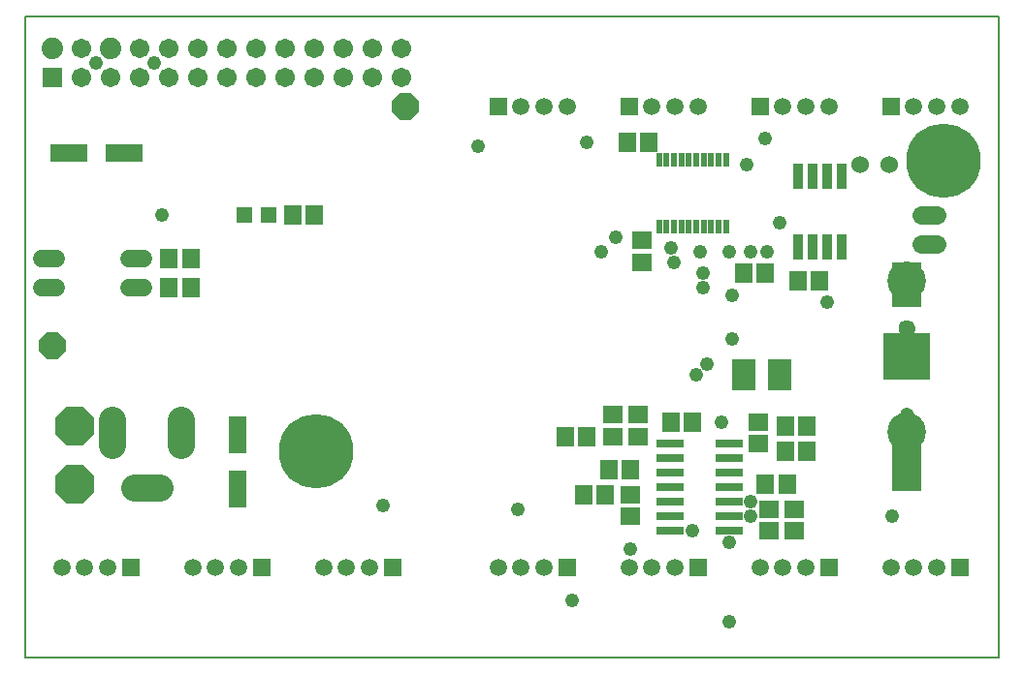
<source format=gts>
G75*
%MOIN*%
%OFA0B0*%
%FSLAX25Y25*%
%IPPOS*%
%LPD*%
%AMOC8*
5,1,8,0,0,1.08239X$1,22.5*
%
%ADD10R,0.05524X0.05524*%
%ADD11R,0.05918X0.07099*%
%ADD12C,0.00500*%
%ADD13R,0.06737X0.06737*%
%ADD14C,0.07400*%
%ADD15C,0.06737*%
%ADD16C,0.00000*%
%ADD17C,0.12611*%
%ADD18R,0.03400X0.08800*%
%ADD19C,0.06000*%
%ADD20R,0.05918X0.06706*%
%ADD21R,0.02000X0.04700*%
%ADD22R,0.06706X0.05918*%
%ADD23R,0.16400X0.16400*%
%ADD24C,0.13300*%
%ADD25R,0.09461X0.03162*%
%ADD26C,0.09400*%
%ADD27C,0.06000*%
%ADD28R,0.07099X0.05918*%
%ADD29R,0.05950X0.05950*%
%ADD30C,0.05950*%
%ADD31R,0.06312X0.12611*%
%ADD32R,0.12611X0.06312*%
%ADD33OC8,0.09300*%
%ADD34OC8,0.13300*%
%ADD35R,0.08477X0.10643*%
%ADD36C,0.06400*%
%ADD37R,0.09855X0.17729*%
%ADD38R,0.09855X0.15209*%
%ADD39C,0.04737*%
%ADD40C,0.05721*%
%ADD41C,0.04762*%
%ADD42C,0.25603*%
%ADD43C,0.04800*%
D10*
X0076886Y0156215D03*
X0085154Y0156215D03*
D11*
X0093530Y0156215D03*
X0101010Y0156215D03*
X0058510Y0141215D03*
X0051030Y0141215D03*
X0051030Y0131215D03*
X0058510Y0131215D03*
X0187280Y0079965D03*
X0194760Y0079965D03*
X0193530Y0059965D03*
X0201010Y0059965D03*
X0262905Y0074965D03*
X0270385Y0074965D03*
X0270385Y0083715D03*
X0262905Y0083715D03*
X0256010Y0136215D03*
X0248530Y0136215D03*
D12*
X0001571Y0224482D02*
X0001571Y0004010D01*
X0336217Y0004010D01*
X0336217Y0224482D01*
X0001571Y0224482D01*
D13*
X0011020Y0203715D03*
D14*
X0011020Y0213715D03*
X0031020Y0213715D03*
D15*
X0041020Y0213715D03*
X0051020Y0213715D03*
X0061020Y0213715D03*
X0071020Y0213715D03*
X0081020Y0213715D03*
X0091020Y0213715D03*
X0101020Y0213715D03*
X0111020Y0213715D03*
X0121020Y0213715D03*
X0131020Y0213715D03*
X0131020Y0203715D03*
X0121020Y0203715D03*
X0111020Y0203715D03*
X0101020Y0203715D03*
X0091020Y0203715D03*
X0081020Y0203715D03*
X0071020Y0203715D03*
X0061020Y0203715D03*
X0051020Y0203715D03*
X0041020Y0203715D03*
X0031020Y0203715D03*
X0021020Y0203715D03*
X0021020Y0213715D03*
D16*
X0095739Y0074965D02*
X0095741Y0075118D01*
X0095747Y0075272D01*
X0095757Y0075425D01*
X0095771Y0075577D01*
X0095789Y0075730D01*
X0095811Y0075881D01*
X0095836Y0076032D01*
X0095866Y0076183D01*
X0095900Y0076333D01*
X0095937Y0076481D01*
X0095978Y0076629D01*
X0096023Y0076775D01*
X0096072Y0076921D01*
X0096125Y0077065D01*
X0096181Y0077207D01*
X0096241Y0077348D01*
X0096305Y0077488D01*
X0096372Y0077626D01*
X0096443Y0077762D01*
X0096518Y0077896D01*
X0096595Y0078028D01*
X0096677Y0078158D01*
X0096761Y0078286D01*
X0096849Y0078412D01*
X0096940Y0078535D01*
X0097034Y0078656D01*
X0097132Y0078774D01*
X0097232Y0078890D01*
X0097336Y0079003D01*
X0097442Y0079114D01*
X0097551Y0079222D01*
X0097663Y0079327D01*
X0097777Y0079428D01*
X0097895Y0079527D01*
X0098014Y0079623D01*
X0098136Y0079716D01*
X0098261Y0079805D01*
X0098388Y0079892D01*
X0098517Y0079974D01*
X0098648Y0080054D01*
X0098781Y0080130D01*
X0098916Y0080203D01*
X0099053Y0080272D01*
X0099192Y0080337D01*
X0099332Y0080399D01*
X0099474Y0080457D01*
X0099617Y0080512D01*
X0099762Y0080563D01*
X0099908Y0080610D01*
X0100055Y0080653D01*
X0100203Y0080692D01*
X0100352Y0080728D01*
X0100502Y0080759D01*
X0100653Y0080787D01*
X0100804Y0080811D01*
X0100957Y0080831D01*
X0101109Y0080847D01*
X0101262Y0080859D01*
X0101415Y0080867D01*
X0101568Y0080871D01*
X0101722Y0080871D01*
X0101875Y0080867D01*
X0102028Y0080859D01*
X0102181Y0080847D01*
X0102333Y0080831D01*
X0102486Y0080811D01*
X0102637Y0080787D01*
X0102788Y0080759D01*
X0102938Y0080728D01*
X0103087Y0080692D01*
X0103235Y0080653D01*
X0103382Y0080610D01*
X0103528Y0080563D01*
X0103673Y0080512D01*
X0103816Y0080457D01*
X0103958Y0080399D01*
X0104098Y0080337D01*
X0104237Y0080272D01*
X0104374Y0080203D01*
X0104509Y0080130D01*
X0104642Y0080054D01*
X0104773Y0079974D01*
X0104902Y0079892D01*
X0105029Y0079805D01*
X0105154Y0079716D01*
X0105276Y0079623D01*
X0105395Y0079527D01*
X0105513Y0079428D01*
X0105627Y0079327D01*
X0105739Y0079222D01*
X0105848Y0079114D01*
X0105954Y0079003D01*
X0106058Y0078890D01*
X0106158Y0078774D01*
X0106256Y0078656D01*
X0106350Y0078535D01*
X0106441Y0078412D01*
X0106529Y0078286D01*
X0106613Y0078158D01*
X0106695Y0078028D01*
X0106772Y0077896D01*
X0106847Y0077762D01*
X0106918Y0077626D01*
X0106985Y0077488D01*
X0107049Y0077348D01*
X0107109Y0077207D01*
X0107165Y0077065D01*
X0107218Y0076921D01*
X0107267Y0076775D01*
X0107312Y0076629D01*
X0107353Y0076481D01*
X0107390Y0076333D01*
X0107424Y0076183D01*
X0107454Y0076032D01*
X0107479Y0075881D01*
X0107501Y0075730D01*
X0107519Y0075577D01*
X0107533Y0075425D01*
X0107543Y0075272D01*
X0107549Y0075118D01*
X0107551Y0074965D01*
X0107549Y0074812D01*
X0107543Y0074658D01*
X0107533Y0074505D01*
X0107519Y0074353D01*
X0107501Y0074200D01*
X0107479Y0074049D01*
X0107454Y0073898D01*
X0107424Y0073747D01*
X0107390Y0073597D01*
X0107353Y0073449D01*
X0107312Y0073301D01*
X0107267Y0073155D01*
X0107218Y0073009D01*
X0107165Y0072865D01*
X0107109Y0072723D01*
X0107049Y0072582D01*
X0106985Y0072442D01*
X0106918Y0072304D01*
X0106847Y0072168D01*
X0106772Y0072034D01*
X0106695Y0071902D01*
X0106613Y0071772D01*
X0106529Y0071644D01*
X0106441Y0071518D01*
X0106350Y0071395D01*
X0106256Y0071274D01*
X0106158Y0071156D01*
X0106058Y0071040D01*
X0105954Y0070927D01*
X0105848Y0070816D01*
X0105739Y0070708D01*
X0105627Y0070603D01*
X0105513Y0070502D01*
X0105395Y0070403D01*
X0105276Y0070307D01*
X0105154Y0070214D01*
X0105029Y0070125D01*
X0104902Y0070038D01*
X0104773Y0069956D01*
X0104642Y0069876D01*
X0104509Y0069800D01*
X0104374Y0069727D01*
X0104237Y0069658D01*
X0104098Y0069593D01*
X0103958Y0069531D01*
X0103816Y0069473D01*
X0103673Y0069418D01*
X0103528Y0069367D01*
X0103382Y0069320D01*
X0103235Y0069277D01*
X0103087Y0069238D01*
X0102938Y0069202D01*
X0102788Y0069171D01*
X0102637Y0069143D01*
X0102486Y0069119D01*
X0102333Y0069099D01*
X0102181Y0069083D01*
X0102028Y0069071D01*
X0101875Y0069063D01*
X0101722Y0069059D01*
X0101568Y0069059D01*
X0101415Y0069063D01*
X0101262Y0069071D01*
X0101109Y0069083D01*
X0100957Y0069099D01*
X0100804Y0069119D01*
X0100653Y0069143D01*
X0100502Y0069171D01*
X0100352Y0069202D01*
X0100203Y0069238D01*
X0100055Y0069277D01*
X0099908Y0069320D01*
X0099762Y0069367D01*
X0099617Y0069418D01*
X0099474Y0069473D01*
X0099332Y0069531D01*
X0099192Y0069593D01*
X0099053Y0069658D01*
X0098916Y0069727D01*
X0098781Y0069800D01*
X0098648Y0069876D01*
X0098517Y0069956D01*
X0098388Y0070038D01*
X0098261Y0070125D01*
X0098136Y0070214D01*
X0098014Y0070307D01*
X0097895Y0070403D01*
X0097777Y0070502D01*
X0097663Y0070603D01*
X0097551Y0070708D01*
X0097442Y0070816D01*
X0097336Y0070927D01*
X0097232Y0071040D01*
X0097132Y0071156D01*
X0097034Y0071274D01*
X0096940Y0071395D01*
X0096849Y0071518D01*
X0096761Y0071644D01*
X0096677Y0071772D01*
X0096595Y0071902D01*
X0096518Y0072034D01*
X0096443Y0072168D01*
X0096372Y0072304D01*
X0096305Y0072442D01*
X0096241Y0072582D01*
X0096181Y0072723D01*
X0096125Y0072865D01*
X0096072Y0073009D01*
X0096023Y0073155D01*
X0095978Y0073301D01*
X0095937Y0073449D01*
X0095900Y0073597D01*
X0095866Y0073747D01*
X0095836Y0073898D01*
X0095811Y0074049D01*
X0095789Y0074200D01*
X0095771Y0074353D01*
X0095757Y0074505D01*
X0095747Y0074658D01*
X0095741Y0074812D01*
X0095739Y0074965D01*
X0302801Y0087701D02*
X0302803Y0087789D01*
X0302809Y0087877D01*
X0302819Y0087965D01*
X0302833Y0088053D01*
X0302850Y0088139D01*
X0302872Y0088225D01*
X0302897Y0088309D01*
X0302927Y0088393D01*
X0302959Y0088475D01*
X0302996Y0088555D01*
X0303036Y0088634D01*
X0303080Y0088711D01*
X0303127Y0088786D01*
X0303177Y0088858D01*
X0303231Y0088929D01*
X0303287Y0088996D01*
X0303347Y0089062D01*
X0303409Y0089124D01*
X0303475Y0089184D01*
X0303542Y0089240D01*
X0303613Y0089294D01*
X0303685Y0089344D01*
X0303760Y0089391D01*
X0303837Y0089435D01*
X0303916Y0089475D01*
X0303996Y0089512D01*
X0304078Y0089544D01*
X0304162Y0089574D01*
X0304246Y0089599D01*
X0304332Y0089621D01*
X0304418Y0089638D01*
X0304506Y0089652D01*
X0304594Y0089662D01*
X0304682Y0089668D01*
X0304770Y0089670D01*
X0304858Y0089668D01*
X0304946Y0089662D01*
X0305034Y0089652D01*
X0305122Y0089638D01*
X0305208Y0089621D01*
X0305294Y0089599D01*
X0305378Y0089574D01*
X0305462Y0089544D01*
X0305544Y0089512D01*
X0305624Y0089475D01*
X0305703Y0089435D01*
X0305780Y0089391D01*
X0305855Y0089344D01*
X0305927Y0089294D01*
X0305998Y0089240D01*
X0306065Y0089184D01*
X0306131Y0089124D01*
X0306193Y0089062D01*
X0306253Y0088996D01*
X0306309Y0088929D01*
X0306363Y0088858D01*
X0306413Y0088786D01*
X0306460Y0088711D01*
X0306504Y0088634D01*
X0306544Y0088555D01*
X0306581Y0088475D01*
X0306613Y0088393D01*
X0306643Y0088309D01*
X0306668Y0088225D01*
X0306690Y0088139D01*
X0306707Y0088053D01*
X0306721Y0087965D01*
X0306731Y0087877D01*
X0306737Y0087789D01*
X0306739Y0087701D01*
X0306737Y0087613D01*
X0306731Y0087525D01*
X0306721Y0087437D01*
X0306707Y0087349D01*
X0306690Y0087263D01*
X0306668Y0087177D01*
X0306643Y0087093D01*
X0306613Y0087009D01*
X0306581Y0086927D01*
X0306544Y0086847D01*
X0306504Y0086768D01*
X0306460Y0086691D01*
X0306413Y0086616D01*
X0306363Y0086544D01*
X0306309Y0086473D01*
X0306253Y0086406D01*
X0306193Y0086340D01*
X0306131Y0086278D01*
X0306065Y0086218D01*
X0305998Y0086162D01*
X0305927Y0086108D01*
X0305855Y0086058D01*
X0305780Y0086011D01*
X0305703Y0085967D01*
X0305624Y0085927D01*
X0305544Y0085890D01*
X0305462Y0085858D01*
X0305378Y0085828D01*
X0305294Y0085803D01*
X0305208Y0085781D01*
X0305122Y0085764D01*
X0305034Y0085750D01*
X0304946Y0085740D01*
X0304858Y0085734D01*
X0304770Y0085732D01*
X0304682Y0085734D01*
X0304594Y0085740D01*
X0304506Y0085750D01*
X0304418Y0085764D01*
X0304332Y0085781D01*
X0304246Y0085803D01*
X0304162Y0085828D01*
X0304078Y0085858D01*
X0303996Y0085890D01*
X0303916Y0085927D01*
X0303837Y0085967D01*
X0303760Y0086011D01*
X0303685Y0086058D01*
X0303613Y0086108D01*
X0303542Y0086162D01*
X0303475Y0086218D01*
X0303409Y0086278D01*
X0303347Y0086340D01*
X0303287Y0086406D01*
X0303231Y0086473D01*
X0303177Y0086544D01*
X0303127Y0086616D01*
X0303080Y0086691D01*
X0303036Y0086768D01*
X0302996Y0086847D01*
X0302959Y0086927D01*
X0302927Y0087009D01*
X0302897Y0087093D01*
X0302872Y0087177D01*
X0302850Y0087263D01*
X0302833Y0087349D01*
X0302819Y0087437D01*
X0302809Y0087525D01*
X0302803Y0087613D01*
X0302801Y0087701D01*
X0302309Y0117228D02*
X0302311Y0117327D01*
X0302317Y0117426D01*
X0302327Y0117525D01*
X0302341Y0117623D01*
X0302359Y0117720D01*
X0302381Y0117817D01*
X0302406Y0117913D01*
X0302436Y0118007D01*
X0302469Y0118101D01*
X0302506Y0118193D01*
X0302547Y0118283D01*
X0302591Y0118372D01*
X0302639Y0118458D01*
X0302690Y0118543D01*
X0302745Y0118626D01*
X0302803Y0118706D01*
X0302864Y0118784D01*
X0302928Y0118860D01*
X0302995Y0118933D01*
X0303065Y0119003D01*
X0303138Y0119070D01*
X0303214Y0119134D01*
X0303292Y0119195D01*
X0303372Y0119253D01*
X0303455Y0119308D01*
X0303539Y0119359D01*
X0303626Y0119407D01*
X0303715Y0119451D01*
X0303805Y0119492D01*
X0303897Y0119529D01*
X0303991Y0119562D01*
X0304085Y0119592D01*
X0304181Y0119617D01*
X0304278Y0119639D01*
X0304375Y0119657D01*
X0304473Y0119671D01*
X0304572Y0119681D01*
X0304671Y0119687D01*
X0304770Y0119689D01*
X0304869Y0119687D01*
X0304968Y0119681D01*
X0305067Y0119671D01*
X0305165Y0119657D01*
X0305262Y0119639D01*
X0305359Y0119617D01*
X0305455Y0119592D01*
X0305549Y0119562D01*
X0305643Y0119529D01*
X0305735Y0119492D01*
X0305825Y0119451D01*
X0305914Y0119407D01*
X0306000Y0119359D01*
X0306085Y0119308D01*
X0306168Y0119253D01*
X0306248Y0119195D01*
X0306326Y0119134D01*
X0306402Y0119070D01*
X0306475Y0119003D01*
X0306545Y0118933D01*
X0306612Y0118860D01*
X0306676Y0118784D01*
X0306737Y0118706D01*
X0306795Y0118626D01*
X0306850Y0118543D01*
X0306901Y0118459D01*
X0306949Y0118372D01*
X0306993Y0118283D01*
X0307034Y0118193D01*
X0307071Y0118101D01*
X0307104Y0118007D01*
X0307134Y0117913D01*
X0307159Y0117817D01*
X0307181Y0117720D01*
X0307199Y0117623D01*
X0307213Y0117525D01*
X0307223Y0117426D01*
X0307229Y0117327D01*
X0307231Y0117228D01*
X0307229Y0117129D01*
X0307223Y0117030D01*
X0307213Y0116931D01*
X0307199Y0116833D01*
X0307181Y0116736D01*
X0307159Y0116639D01*
X0307134Y0116543D01*
X0307104Y0116449D01*
X0307071Y0116355D01*
X0307034Y0116263D01*
X0306993Y0116173D01*
X0306949Y0116084D01*
X0306901Y0115998D01*
X0306850Y0115913D01*
X0306795Y0115830D01*
X0306737Y0115750D01*
X0306676Y0115672D01*
X0306612Y0115596D01*
X0306545Y0115523D01*
X0306475Y0115453D01*
X0306402Y0115386D01*
X0306326Y0115322D01*
X0306248Y0115261D01*
X0306168Y0115203D01*
X0306085Y0115148D01*
X0306001Y0115097D01*
X0305914Y0115049D01*
X0305825Y0115005D01*
X0305735Y0114964D01*
X0305643Y0114927D01*
X0305549Y0114894D01*
X0305455Y0114864D01*
X0305359Y0114839D01*
X0305262Y0114817D01*
X0305165Y0114799D01*
X0305067Y0114785D01*
X0304968Y0114775D01*
X0304869Y0114769D01*
X0304770Y0114767D01*
X0304671Y0114769D01*
X0304572Y0114775D01*
X0304473Y0114785D01*
X0304375Y0114799D01*
X0304278Y0114817D01*
X0304181Y0114839D01*
X0304085Y0114864D01*
X0303991Y0114894D01*
X0303897Y0114927D01*
X0303805Y0114964D01*
X0303715Y0115005D01*
X0303626Y0115049D01*
X0303540Y0115097D01*
X0303455Y0115148D01*
X0303372Y0115203D01*
X0303292Y0115261D01*
X0303214Y0115322D01*
X0303138Y0115386D01*
X0303065Y0115453D01*
X0302995Y0115523D01*
X0302928Y0115596D01*
X0302864Y0115672D01*
X0302803Y0115750D01*
X0302745Y0115830D01*
X0302690Y0115913D01*
X0302639Y0115997D01*
X0302591Y0116084D01*
X0302547Y0116173D01*
X0302506Y0116263D01*
X0302469Y0116355D01*
X0302436Y0116449D01*
X0302406Y0116543D01*
X0302381Y0116639D01*
X0302359Y0116736D01*
X0302341Y0116833D01*
X0302327Y0116931D01*
X0302317Y0117030D01*
X0302311Y0117129D01*
X0302309Y0117228D01*
X0311364Y0174965D02*
X0311366Y0175118D01*
X0311372Y0175272D01*
X0311382Y0175425D01*
X0311396Y0175577D01*
X0311414Y0175730D01*
X0311436Y0175881D01*
X0311461Y0176032D01*
X0311491Y0176183D01*
X0311525Y0176333D01*
X0311562Y0176481D01*
X0311603Y0176629D01*
X0311648Y0176775D01*
X0311697Y0176921D01*
X0311750Y0177065D01*
X0311806Y0177207D01*
X0311866Y0177348D01*
X0311930Y0177488D01*
X0311997Y0177626D01*
X0312068Y0177762D01*
X0312143Y0177896D01*
X0312220Y0178028D01*
X0312302Y0178158D01*
X0312386Y0178286D01*
X0312474Y0178412D01*
X0312565Y0178535D01*
X0312659Y0178656D01*
X0312757Y0178774D01*
X0312857Y0178890D01*
X0312961Y0179003D01*
X0313067Y0179114D01*
X0313176Y0179222D01*
X0313288Y0179327D01*
X0313402Y0179428D01*
X0313520Y0179527D01*
X0313639Y0179623D01*
X0313761Y0179716D01*
X0313886Y0179805D01*
X0314013Y0179892D01*
X0314142Y0179974D01*
X0314273Y0180054D01*
X0314406Y0180130D01*
X0314541Y0180203D01*
X0314678Y0180272D01*
X0314817Y0180337D01*
X0314957Y0180399D01*
X0315099Y0180457D01*
X0315242Y0180512D01*
X0315387Y0180563D01*
X0315533Y0180610D01*
X0315680Y0180653D01*
X0315828Y0180692D01*
X0315977Y0180728D01*
X0316127Y0180759D01*
X0316278Y0180787D01*
X0316429Y0180811D01*
X0316582Y0180831D01*
X0316734Y0180847D01*
X0316887Y0180859D01*
X0317040Y0180867D01*
X0317193Y0180871D01*
X0317347Y0180871D01*
X0317500Y0180867D01*
X0317653Y0180859D01*
X0317806Y0180847D01*
X0317958Y0180831D01*
X0318111Y0180811D01*
X0318262Y0180787D01*
X0318413Y0180759D01*
X0318563Y0180728D01*
X0318712Y0180692D01*
X0318860Y0180653D01*
X0319007Y0180610D01*
X0319153Y0180563D01*
X0319298Y0180512D01*
X0319441Y0180457D01*
X0319583Y0180399D01*
X0319723Y0180337D01*
X0319862Y0180272D01*
X0319999Y0180203D01*
X0320134Y0180130D01*
X0320267Y0180054D01*
X0320398Y0179974D01*
X0320527Y0179892D01*
X0320654Y0179805D01*
X0320779Y0179716D01*
X0320901Y0179623D01*
X0321020Y0179527D01*
X0321138Y0179428D01*
X0321252Y0179327D01*
X0321364Y0179222D01*
X0321473Y0179114D01*
X0321579Y0179003D01*
X0321683Y0178890D01*
X0321783Y0178774D01*
X0321881Y0178656D01*
X0321975Y0178535D01*
X0322066Y0178412D01*
X0322154Y0178286D01*
X0322238Y0178158D01*
X0322320Y0178028D01*
X0322397Y0177896D01*
X0322472Y0177762D01*
X0322543Y0177626D01*
X0322610Y0177488D01*
X0322674Y0177348D01*
X0322734Y0177207D01*
X0322790Y0177065D01*
X0322843Y0176921D01*
X0322892Y0176775D01*
X0322937Y0176629D01*
X0322978Y0176481D01*
X0323015Y0176333D01*
X0323049Y0176183D01*
X0323079Y0176032D01*
X0323104Y0175881D01*
X0323126Y0175730D01*
X0323144Y0175577D01*
X0323158Y0175425D01*
X0323168Y0175272D01*
X0323174Y0175118D01*
X0323176Y0174965D01*
X0323174Y0174812D01*
X0323168Y0174658D01*
X0323158Y0174505D01*
X0323144Y0174353D01*
X0323126Y0174200D01*
X0323104Y0174049D01*
X0323079Y0173898D01*
X0323049Y0173747D01*
X0323015Y0173597D01*
X0322978Y0173449D01*
X0322937Y0173301D01*
X0322892Y0173155D01*
X0322843Y0173009D01*
X0322790Y0172865D01*
X0322734Y0172723D01*
X0322674Y0172582D01*
X0322610Y0172442D01*
X0322543Y0172304D01*
X0322472Y0172168D01*
X0322397Y0172034D01*
X0322320Y0171902D01*
X0322238Y0171772D01*
X0322154Y0171644D01*
X0322066Y0171518D01*
X0321975Y0171395D01*
X0321881Y0171274D01*
X0321783Y0171156D01*
X0321683Y0171040D01*
X0321579Y0170927D01*
X0321473Y0170816D01*
X0321364Y0170708D01*
X0321252Y0170603D01*
X0321138Y0170502D01*
X0321020Y0170403D01*
X0320901Y0170307D01*
X0320779Y0170214D01*
X0320654Y0170125D01*
X0320527Y0170038D01*
X0320398Y0169956D01*
X0320267Y0169876D01*
X0320134Y0169800D01*
X0319999Y0169727D01*
X0319862Y0169658D01*
X0319723Y0169593D01*
X0319583Y0169531D01*
X0319441Y0169473D01*
X0319298Y0169418D01*
X0319153Y0169367D01*
X0319007Y0169320D01*
X0318860Y0169277D01*
X0318712Y0169238D01*
X0318563Y0169202D01*
X0318413Y0169171D01*
X0318262Y0169143D01*
X0318111Y0169119D01*
X0317958Y0169099D01*
X0317806Y0169083D01*
X0317653Y0169071D01*
X0317500Y0169063D01*
X0317347Y0169059D01*
X0317193Y0169059D01*
X0317040Y0169063D01*
X0316887Y0169071D01*
X0316734Y0169083D01*
X0316582Y0169099D01*
X0316429Y0169119D01*
X0316278Y0169143D01*
X0316127Y0169171D01*
X0315977Y0169202D01*
X0315828Y0169238D01*
X0315680Y0169277D01*
X0315533Y0169320D01*
X0315387Y0169367D01*
X0315242Y0169418D01*
X0315099Y0169473D01*
X0314957Y0169531D01*
X0314817Y0169593D01*
X0314678Y0169658D01*
X0314541Y0169727D01*
X0314406Y0169800D01*
X0314273Y0169876D01*
X0314142Y0169956D01*
X0314013Y0170038D01*
X0313886Y0170125D01*
X0313761Y0170214D01*
X0313639Y0170307D01*
X0313520Y0170403D01*
X0313402Y0170502D01*
X0313288Y0170603D01*
X0313176Y0170708D01*
X0313067Y0170816D01*
X0312961Y0170927D01*
X0312857Y0171040D01*
X0312757Y0171156D01*
X0312659Y0171274D01*
X0312565Y0171395D01*
X0312474Y0171518D01*
X0312386Y0171644D01*
X0312302Y0171772D01*
X0312220Y0171902D01*
X0312143Y0172034D01*
X0312068Y0172168D01*
X0311997Y0172304D01*
X0311930Y0172442D01*
X0311866Y0172582D01*
X0311806Y0172723D01*
X0311750Y0172865D01*
X0311697Y0173009D01*
X0311648Y0173155D01*
X0311603Y0173301D01*
X0311562Y0173449D01*
X0311525Y0173597D01*
X0311491Y0173747D01*
X0311461Y0173898D01*
X0311436Y0174049D01*
X0311414Y0174200D01*
X0311396Y0174353D01*
X0311382Y0174505D01*
X0311372Y0174658D01*
X0311366Y0174812D01*
X0311364Y0174965D01*
D17*
X0317270Y0174965D03*
X0101645Y0074965D03*
D18*
X0267270Y0145365D03*
X0272270Y0145365D03*
X0277270Y0145365D03*
X0282270Y0145365D03*
X0282270Y0169565D03*
X0277270Y0169565D03*
X0272270Y0169565D03*
X0267270Y0169565D03*
D19*
X0288520Y0173715D03*
X0298520Y0173715D03*
D20*
X0274760Y0133715D03*
X0267280Y0133715D03*
X0231010Y0084965D03*
X0223530Y0084965D03*
X0209760Y0068715D03*
X0202280Y0068715D03*
X0256030Y0063715D03*
X0263510Y0063715D03*
X0216010Y0181215D03*
X0208530Y0181215D03*
D21*
X0219504Y0175202D03*
X0222063Y0175202D03*
X0224622Y0175202D03*
X0227181Y0175202D03*
X0229740Y0175202D03*
X0232299Y0175202D03*
X0234858Y0175202D03*
X0237417Y0175202D03*
X0239976Y0175202D03*
X0242535Y0175202D03*
X0242535Y0152227D03*
X0239976Y0152227D03*
X0237417Y0152227D03*
X0234858Y0152227D03*
X0232299Y0152227D03*
X0229740Y0152227D03*
X0227181Y0152227D03*
X0224622Y0152227D03*
X0222063Y0152227D03*
X0219504Y0152227D03*
D22*
X0213520Y0147455D03*
X0213520Y0139974D03*
X0212270Y0087455D03*
X0212270Y0079974D03*
X0253520Y0077474D03*
X0253520Y0084955D03*
D23*
X0304770Y0107465D03*
D24*
X0304770Y0081465D03*
X0304770Y0133465D03*
D25*
X0243756Y0077465D03*
X0243756Y0072465D03*
X0243756Y0067465D03*
X0243756Y0062465D03*
X0243756Y0057465D03*
X0243756Y0052465D03*
X0243756Y0047465D03*
X0223283Y0047465D03*
X0223283Y0052465D03*
X0223283Y0057465D03*
X0223283Y0062465D03*
X0223283Y0067465D03*
X0223283Y0072465D03*
X0223283Y0077465D03*
D26*
X0055331Y0076915D02*
X0055331Y0085515D01*
X0031709Y0085515D02*
X0031709Y0076915D01*
X0039220Y0062317D02*
X0047820Y0062317D01*
D27*
X0042370Y0131215D02*
X0037170Y0131215D01*
X0037170Y0141215D02*
X0042370Y0141215D01*
X0012370Y0141215D02*
X0007170Y0141215D01*
X0007170Y0131215D02*
X0012370Y0131215D01*
D28*
X0203520Y0087455D03*
X0203520Y0079974D03*
X0209770Y0059955D03*
X0209770Y0052474D03*
X0257270Y0054955D03*
X0266020Y0054955D03*
X0266020Y0047474D03*
X0257270Y0047474D03*
D29*
X0277831Y0034965D03*
X0322831Y0034965D03*
X0232831Y0034965D03*
X0187831Y0034965D03*
X0127831Y0034965D03*
X0082831Y0034965D03*
X0037831Y0034965D03*
X0164209Y0193715D03*
X0209209Y0193715D03*
X0254209Y0193715D03*
X0299209Y0193715D03*
D30*
X0307083Y0193715D03*
X0314957Y0193715D03*
X0322831Y0193715D03*
X0277831Y0193715D03*
X0269957Y0193715D03*
X0262083Y0193715D03*
X0232831Y0193715D03*
X0224957Y0193715D03*
X0217083Y0193715D03*
X0187831Y0193715D03*
X0179957Y0193715D03*
X0172083Y0193715D03*
X0172083Y0034965D03*
X0164209Y0034965D03*
X0179957Y0034965D03*
X0209209Y0034965D03*
X0217083Y0034965D03*
X0224957Y0034965D03*
X0254209Y0034965D03*
X0262083Y0034965D03*
X0269957Y0034965D03*
X0299209Y0034965D03*
X0307083Y0034965D03*
X0314957Y0034965D03*
X0119957Y0034965D03*
X0112083Y0034965D03*
X0104209Y0034965D03*
X0074957Y0034965D03*
X0067083Y0034965D03*
X0059209Y0034965D03*
X0029957Y0034965D03*
X0022083Y0034965D03*
X0014209Y0034965D03*
D31*
X0074770Y0061766D03*
X0074770Y0080663D03*
D32*
X0035469Y0177465D03*
X0016571Y0177465D03*
D33*
X0011020Y0111215D03*
X0132270Y0193715D03*
D34*
X0018520Y0083715D03*
X0018520Y0063715D03*
D35*
X0248766Y0101215D03*
X0260774Y0101215D03*
D36*
X0309470Y0146215D02*
X0315070Y0146215D01*
X0315070Y0156215D02*
X0309470Y0156215D01*
D37*
X0304770Y0069945D03*
D38*
X0304770Y0132307D03*
D39*
X0304770Y0087701D03*
D40*
X0304770Y0117228D03*
D41*
X0261020Y0153715D03*
X0233520Y0143715D03*
X0234770Y0136215D03*
X0234770Y0131215D03*
X0224770Y0139965D03*
X0204770Y0148715D03*
X0199770Y0143715D03*
X0157270Y0179965D03*
X0194770Y0181215D03*
X0256020Y0182465D03*
X0236020Y0104965D03*
X0232270Y0101215D03*
X0171020Y0054965D03*
X0209770Y0041215D03*
X0231020Y0047465D03*
X0243520Y0043715D03*
X0243520Y0016215D03*
X0189770Y0023715D03*
X0124770Y0056215D03*
X0048520Y0156215D03*
X0046020Y0208715D03*
X0026020Y0208715D03*
X0299770Y0052465D03*
D42*
X0317270Y0174965D03*
X0101645Y0074965D03*
D43*
X0223520Y0144965D03*
X0243520Y0143715D03*
X0251020Y0143715D03*
X0256645Y0143715D03*
X0244770Y0128715D03*
X0244770Y0113715D03*
X0277270Y0126215D03*
X0241020Y0084965D03*
X0251020Y0057465D03*
X0251020Y0052465D03*
X0249770Y0173715D03*
M02*

</source>
